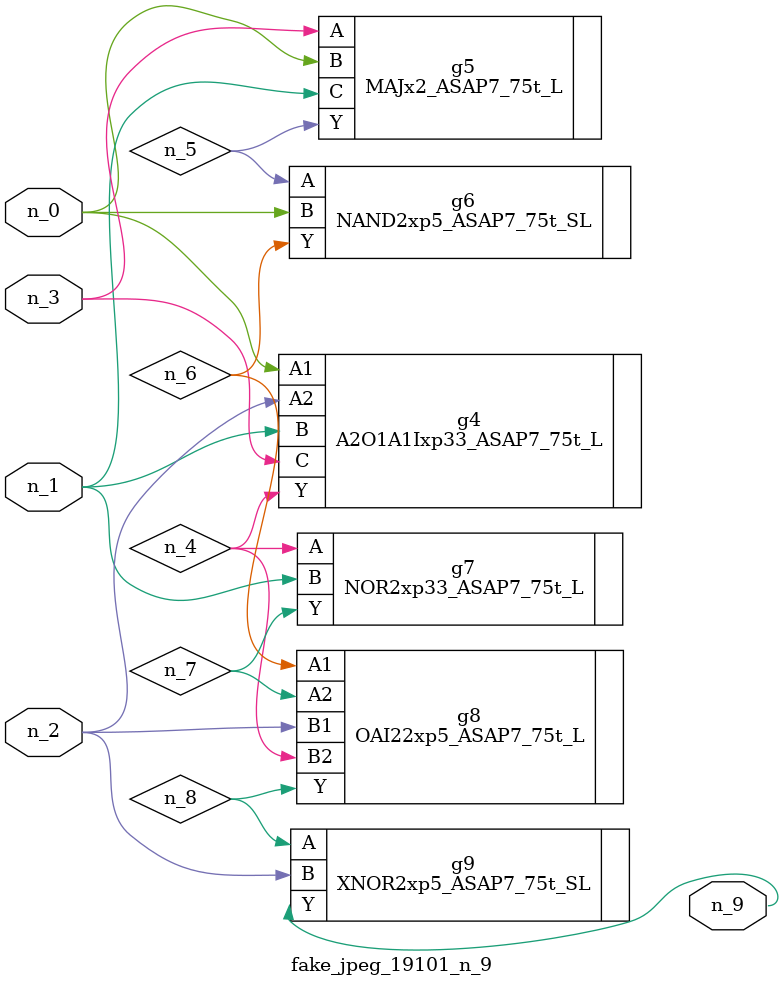
<source format=v>
module fake_jpeg_19101_n_9 (n_0, n_3, n_2, n_1, n_9);

input n_0;
input n_3;
input n_2;
input n_1;

output n_9;

wire n_4;
wire n_8;
wire n_6;
wire n_5;
wire n_7;

A2O1A1Ixp33_ASAP7_75t_L g4 ( 
.A1(n_0),
.A2(n_2),
.B(n_1),
.C(n_3),
.Y(n_4)
);

MAJx2_ASAP7_75t_L g5 ( 
.A(n_3),
.B(n_0),
.C(n_1),
.Y(n_5)
);

NAND2xp5_ASAP7_75t_SL g6 ( 
.A(n_5),
.B(n_0),
.Y(n_6)
);

OAI22xp5_ASAP7_75t_L g8 ( 
.A1(n_6),
.A2(n_7),
.B1(n_2),
.B2(n_4),
.Y(n_8)
);

NOR2xp33_ASAP7_75t_L g7 ( 
.A(n_4),
.B(n_1),
.Y(n_7)
);

XNOR2xp5_ASAP7_75t_SL g9 ( 
.A(n_8),
.B(n_2),
.Y(n_9)
);


endmodule
</source>
